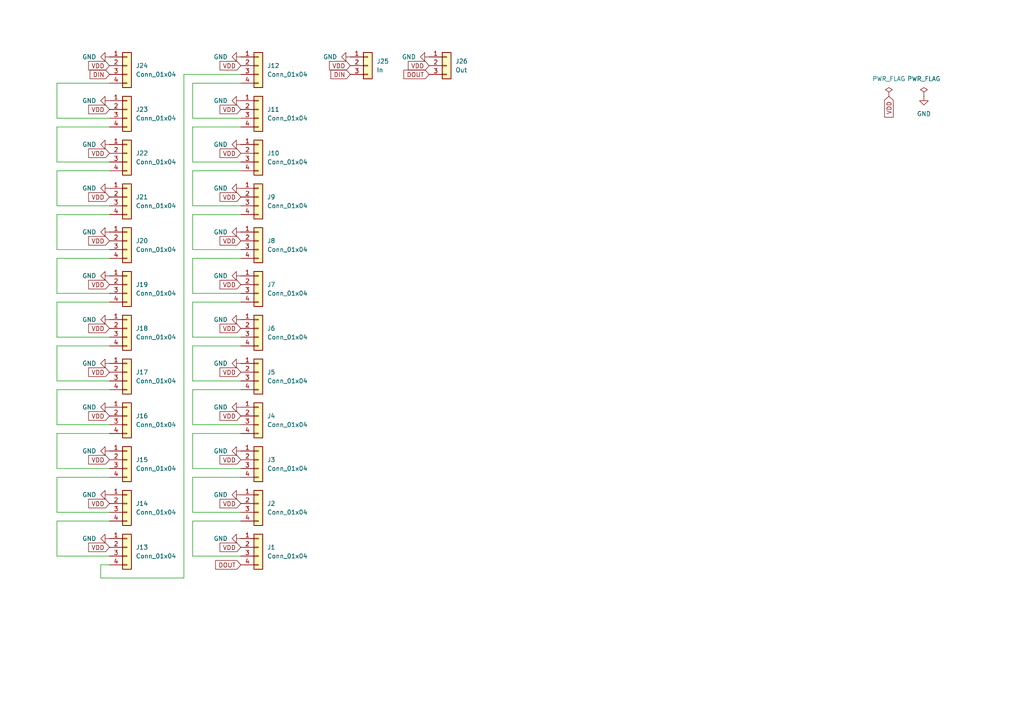
<source format=kicad_sch>
(kicad_sch (version 20230121) (generator eeschema)
  (paper "A4")
  (lib_symbols
    (symbol "Connector_Generic:Conn_01x03" (pin_names (offset 1.016) hide)
      (property "Reference" "J" (at 0 5.08 0))
      (property "Value" "Conn_01x03" (at 0 -5.08 0))
      (symbol "Conn_01x03_1_1"
        (rectangle (start -1.27 -2.413) (end 0 -2.667) (stroke (width 0.1524)))
        (rectangle (start -1.27 0.127) (end 0 -0.127) (stroke (width 0.1524)))
        (rectangle (start -1.27 2.667) (end 0 2.413) (stroke (width 0.1524)))
        (rectangle (start -1.27 3.81) (end 1.27 -3.81) (stroke (width 0.254)) (fill (type background)))
        (pin passive line (at -5.08 2.54 0) (length 3.81) (name "Pin_1") (number "1"))
        (pin passive line (at -5.08 0 0) (length 3.81) (name "Pin_2") (number "2"))
        (pin passive line (at -5.08 -2.54 0) (length 3.81) (name "Pin_3") (number "3"))
      )
    )
    (symbol "Connector_Generic:Conn_01x04" (pin_names (offset 1.016) hide)
      (property "Reference" "J" (at 0 5.08 0))
      (property "Value" "Conn_01x04" (at 0 -7.62 0))
      (symbol "Conn_01x04_1_1"
        (rectangle (start -1.27 -4.953) (end 0 -5.207) (stroke (width 0.1524)))
        (rectangle (start -1.27 -2.413) (end 0 -2.667) (stroke (width 0.1524)))
        (rectangle (start -1.27 0.127) (end 0 -0.127) (stroke (width 0.1524)))
        (rectangle (start -1.27 2.667) (end 0 2.413) (stroke (width 0.1524)))
        (rectangle (start -1.27 3.81) (end 1.27 -6.35) (stroke (width 0.254)) (fill (type background)))
        (pin passive line (at -5.08 2.54 0) (length 3.81) (name "Pin_1") (number "1"))
        (pin passive line (at -5.08 0 0) (length 3.81) (name "Pin_2") (number "2"))
        (pin passive line (at -5.08 -2.54 0) (length 3.81) (name "Pin_3") (number "3"))
        (pin passive line (at -5.08 -5.08 0) (length 3.81) (name "Pin_4") (number "4"))
      )
    )
    (symbol "power:GND" (power) (pin_names (offset 0))
      (property "Value" "GND" (at 0 -3.81 0))
      (symbol "GND_0_1"
        (polyline (pts (xy 0 0) (xy 0 -1.27) (xy 1.27 -1.27) (xy 0 -2.54) (xy -1.27 -1.27) (xy 0 -1.27)))
      )
      (symbol "GND_1_1"
        (pin power_in line (at 0 0 270) (length 0) hide (name "GND") (number "1"))
      )
    )
    (symbol "power:PWR_FLAG" (power) (pin_numbers hide) (pin_names (offset 0) hide)
      (property "Value" "PWR_FLAG" (at 0 3.81 0))
      (symbol "PWR_FLAG_0_0"
        (pin power_out line (at 0 0 90) (length 0) (name "pwr") (number "1"))
      )
      (symbol "PWR_FLAG_0_1"
        (polyline (pts (xy 0 0) (xy 0 1.27) (xy -1.016 1.905) (xy 0 2.54) (xy 1.016 1.905) (xy 0 1.27)))
      )
    )
  )
  (wire (pts (xy 55.88 151.13) (xy 55.88 161.29)))
  (wire (pts (xy 16.51 49.53) (xy 16.51 59.69)))
  (wire (pts (xy 69.85 74.93) (xy 55.88 74.93)))
  (wire (pts (xy 31.75 113.03) (xy 16.51 113.03)))
  (wire (pts (xy 69.85 151.13) (xy 55.88 151.13)))
  (wire (pts (xy 69.85 100.33) (xy 55.88 100.33)))
  (wire (pts (xy 16.51 138.43) (xy 16.51 148.59)))
  (wire (pts (xy 29.21 163.83) (xy 31.75 163.83)))
  (wire (pts (xy 16.51 151.13) (xy 16.51 161.29)))
  (wire (pts (xy 55.88 110.49) (xy 69.85 110.49)))
  (wire (pts (xy 55.88 113.03) (xy 55.88 123.19)))
  (wire (pts (xy 55.88 125.73) (xy 55.88 135.89)))
  (wire (pts (xy 69.85 138.43) (xy 55.88 138.43)))
  (wire (pts (xy 16.51 135.89) (xy 31.75 135.89)))
  (wire (pts (xy 55.88 100.33) (xy 55.88 110.49)))
  (wire (pts (xy 31.75 138.43) (xy 16.51 138.43)))
  (wire (pts (xy 31.75 125.73) (xy 16.51 125.73)))
  (wire (pts (xy 55.88 148.59) (xy 69.85 148.59)))
  (wire (pts (xy 55.88 72.39) (xy 69.85 72.39)))
  (wire (pts (xy 55.88 85.09) (xy 69.85 85.09)))
  (wire (pts (xy 16.51 97.79) (xy 31.75 97.79)))
  (wire (pts (xy 55.88 123.19) (xy 69.85 123.19)))
  (wire (pts (xy 55.88 62.23) (xy 55.88 72.39)))
  (wire (pts (xy 69.85 87.63) (xy 55.88 87.63)))
  (wire (pts (xy 55.88 59.69) (xy 69.85 59.69)))
  (wire (pts (xy 69.85 113.03) (xy 55.88 113.03)))
  (wire (pts (xy 16.51 100.33) (xy 16.51 110.49)))
  (wire (pts (xy 69.85 24.13) (xy 55.88 24.13)))
  (wire (pts (xy 53.34 21.59) (xy 53.34 167.64)))
  (wire (pts (xy 16.51 87.63) (xy 16.51 97.79)))
  (wire (pts (xy 55.88 34.29) (xy 69.85 34.29)))
  (wire (pts (xy 69.85 36.83) (xy 55.88 36.83)))
  (wire (pts (xy 53.34 167.64) (xy 29.21 167.64)))
  (wire (pts (xy 16.51 85.09) (xy 31.75 85.09)))
  (wire (pts (xy 31.75 36.83) (xy 16.51 36.83)))
  (wire (pts (xy 31.75 74.93) (xy 16.51 74.93)))
  (wire (pts (xy 31.75 24.13) (xy 16.51 24.13)))
  (wire (pts (xy 16.51 125.73) (xy 16.51 135.89)))
  (wire (pts (xy 31.75 62.23) (xy 16.51 62.23)))
  (wire (pts (xy 16.51 36.83) (xy 16.51 46.99)))
  (wire (pts (xy 16.51 74.93) (xy 16.51 85.09)))
  (wire (pts (xy 69.85 21.59) (xy 53.34 21.59)))
  (wire (pts (xy 16.51 72.39) (xy 31.75 72.39)))
  (wire (pts (xy 16.51 62.23) (xy 16.51 72.39)))
  (wire (pts (xy 55.88 87.63) (xy 55.88 97.79)))
  (wire (pts (xy 16.51 161.29) (xy 31.75 161.29)))
  (wire (pts (xy 55.88 161.29) (xy 69.85 161.29)))
  (wire (pts (xy 29.21 167.64) (xy 29.21 163.83)))
  (wire (pts (xy 55.88 138.43) (xy 55.88 148.59)))
  (wire (pts (xy 16.51 113.03) (xy 16.51 123.19)))
  (wire (pts (xy 55.88 97.79) (xy 69.85 97.79)))
  (wire (pts (xy 69.85 49.53) (xy 55.88 49.53)))
  (wire (pts (xy 55.88 135.89) (xy 69.85 135.89)))
  (wire (pts (xy 16.51 59.69) (xy 31.75 59.69)))
  (wire (pts (xy 31.75 87.63) (xy 16.51 87.63)))
  (wire (pts (xy 16.51 24.13) (xy 16.51 34.29)))
  (wire (pts (xy 69.85 62.23) (xy 55.88 62.23)))
  (wire (pts (xy 69.85 125.73) (xy 55.88 125.73)))
  (wire (pts (xy 16.51 110.49) (xy 31.75 110.49)))
  (wire (pts (xy 16.51 34.29) (xy 31.75 34.29)))
  (wire (pts (xy 55.88 74.93) (xy 55.88 85.09)))
  (wire (pts (xy 31.75 151.13) (xy 16.51 151.13)))
  (wire (pts (xy 55.88 36.83) (xy 55.88 46.99)))
  (wire (pts (xy 55.88 46.99) (xy 69.85 46.99)))
  (wire (pts (xy 16.51 148.59) (xy 31.75 148.59)))
  (wire (pts (xy 31.75 100.33) (xy 16.51 100.33)))
  (wire (pts (xy 16.51 46.99) (xy 31.75 46.99)))
  (wire (pts (xy 55.88 49.53) (xy 55.88 59.69)))
  (wire (pts (xy 31.75 49.53) (xy 16.51 49.53)))
  (wire (pts (xy 16.51 123.19) (xy 31.75 123.19)))
  (wire (pts (xy 55.88 24.13) (xy 55.88 34.29)))
  (global_label "VDD" (shape input) (at 31.75 133.35 180) (property "Intersheetrefs" "${INTERSHEET_REFS}" (effects hide)))
  (global_label "VDD" (shape input) (at 31.75 107.95 180) (property "Intersheetrefs" "${INTERSHEET_REFS}" (effects hide)))
  (global_label "VDD" (shape input) (at 69.85 82.55 180) (property "Intersheetrefs" "${INTERSHEET_REFS}" (effects hide)))
  (global_label "VDD" (shape input) (at 69.85 19.05 180) (property "Intersheetrefs" "${INTERSHEET_REFS}" (effects hide)))
  (global_label "VDD" (shape input) (at 69.85 107.95 180) (property "Intersheetrefs" "${INTERSHEET_REFS}" (effects hide)))
  (global_label "VDD" (shape input) (at 69.85 158.75 180) (property "Intersheetrefs" "${INTERSHEET_REFS}" (effects hide)))
  (global_label "VDD" (shape input) (at 124.46 19.05 180) (property "Intersheetrefs" "${INTERSHEET_REFS}" (effects hide)))
  (global_label "VDD" (shape input) (at 31.75 69.85 180) (property "Intersheetrefs" "${INTERSHEET_REFS}" (effects hide)))
  (global_label "VDD" (shape input) (at 31.75 82.55 180) (property "Intersheetrefs" "${INTERSHEET_REFS}" (effects hide)))
  (global_label "VDD" (shape input) (at 69.85 31.75 180) (property "Intersheetrefs" "${INTERSHEET_REFS}" (effects hide)))
  (global_label "VDD" (shape input) (at 69.85 133.35 180) (property "Intersheetrefs" "${INTERSHEET_REFS}" (effects hide)))
  (global_label "VDD" (shape input) (at 31.75 31.75 180) (property "Intersheetrefs" "${INTERSHEET_REFS}" (effects hide)))
  (global_label "VDD" (shape input) (at 69.85 57.15 180) (property "Intersheetrefs" "${INTERSHEET_REFS}" (effects hide)))
  (global_label "VDD" (shape input) (at 69.85 120.65 180) (property "Intersheetrefs" "${INTERSHEET_REFS}" (effects hide)))
  (global_label "VDD" (shape input) (at 69.85 146.05 180) (property "Intersheetrefs" "${INTERSHEET_REFS}" (effects hide)))
  (global_label "DIN" (shape input) (at 101.6 21.59 180) (property "Intersheetrefs" "${INTERSHEET_REFS}" (effects hide)))
  (global_label "VDD" (shape input) (at 31.75 57.15 180) (property "Intersheetrefs" "${INTERSHEET_REFS}" (effects hide)))
  (global_label "DIN" (shape input) (at 31.75 21.59 180) (property "Intersheetrefs" "${INTERSHEET_REFS}" (effects hide)))
  (global_label "VDD" (shape input) (at 31.75 44.45 180) (property "Intersheetrefs" "${INTERSHEET_REFS}" (effects hide)))
  (global_label "VDD" (shape input) (at 69.85 95.25 180) (property "Intersheetrefs" "${INTERSHEET_REFS}" (effects hide)))
  (global_label "VDD" (shape input) (at 31.75 19.05 180) (property "Intersheetrefs" "${INTERSHEET_REFS}" (effects hide)))
  (global_label "VDD" (shape input) (at 31.75 95.25 180) (property "Intersheetrefs" "${INTERSHEET_REFS}" (effects hide)))
  (global_label "VDD" (shape input) (at 31.75 146.05 180) (property "Intersheetrefs" "${INTERSHEET_REFS}" (effects hide)))
  (global_label "VDD" (shape input) (at 31.75 120.65 180) (property "Intersheetrefs" "${INTERSHEET_REFS}" (effects hide)))
  (global_label "VDD" (shape input) (at 257.81 27.94 270) (property "Intersheetrefs" "${INTERSHEET_REFS}" (effects hide)))
  (global_label "VDD" (shape input) (at 69.85 44.45 180) (property "Intersheetrefs" "${INTERSHEET_REFS}" (effects hide)))
  (global_label "DOUT" (shape input) (at 124.46 21.59 180) (property "Intersheetrefs" "${INTERSHEET_REFS}" (effects hide)))
  (global_label "VDD" (shape input) (at 31.75 158.75 180) (property "Intersheetrefs" "${INTERSHEET_REFS}" (effects hide)))
  (global_label "VDD" (shape input) (at 101.6 19.05 180) (property "Intersheetrefs" "${INTERSHEET_REFS}" (effects hide)))
  (global_label "VDD" (shape input) (at 69.85 69.85 180) (property "Intersheetrefs" "${INTERSHEET_REFS}" (effects hide)))
  (global_label "DOUT" (shape input) (at 69.85 163.83 180) (property "Intersheetrefs" "${INTERSHEET_REFS}" (effects hide)))
  (symbol (lib_id "Connector_Generic:Conn_01x04") (at 74.93 31.75 0) (unit 1)
    (property "Reference" "J11" (at 77.47 31.75 0) (effects (justify left)))
    (property "Value" "Conn_01x04" (at 77.47 34.29 0) (effects (justify left)))
    (property "Footprint" "Library:SolderWirePad_1x04_SMD_1x2mm" (effects hide))
  )
  (symbol (lib_id "Connector_Generic:Conn_01x04") (at 36.83 82.55 0) (unit 1)
    (property "Reference" "J19" (at 39.37 82.55 0) (effects (justify left)))
    (property "Value" "Conn_01x04" (at 39.37 85.09 0) (effects (justify left)))
    (property "Footprint" "Library:SolderWirePad_1x04_SMD_1x2mm" (effects hide))
  )
  (symbol (lib_id "Connector_Generic:Conn_01x03") (at 129.54 19.05 0) (unit 1)
    (property "Reference" "J26" (at 132.08 17.78 0) (effects (justify left)))
    (property "Value" "Out" (at 132.08 20.32 0) (effects (justify left)))
    (property "Footprint" "Connector_JST:JST_SH_SM03B-SRSS-TB_1x03-1MP_P1.00mm_Horizontal" (effects hide))
  )
  (symbol (lib_id "power:GND") (at 267.97 27.94 0) (mirror y) (unit 1)
    (property "Reference" "#PWR01" (effects hide))
    (property "Value" "GND" (at 267.97 33.02 0))
  )
  (symbol (lib_id "Connector_Generic:Conn_01x04") (at 74.93 44.45 0) (unit 1)
    (property "Reference" "J10" (at 77.47 44.45 0) (effects (justify left)))
    (property "Value" "Conn_01x04" (at 77.47 46.99 0) (effects (justify left)))
    (property "Footprint" "Library:SolderWirePad_1x04_SMD_1x2mm" (effects hide))
  )
  (symbol (lib_id "power:GND") (at 31.75 105.41 270) (mirror x) (unit 1)
    (property "Reference" "#PWR09" (effects hide))
    (property "Value" "GND" (at 27.94 105.41 90) (effects (justify right)))
  )
  (symbol (lib_id "power:GND") (at 31.75 156.21 270) (mirror x) (unit 1)
    (property "Reference" "#PWR013" (effects hide))
    (property "Value" "GND" (at 27.94 156.21 90) (effects (justify right)))
  )
  (symbol (lib_id "Connector_Generic:Conn_01x04") (at 36.83 146.05 0) (unit 1)
    (property "Reference" "J14" (at 39.37 146.05 0) (effects (justify left)))
    (property "Value" "Conn_01x04" (at 39.37 148.59 0) (effects (justify left)))
    (property "Footprint" "Library:SolderWirePad_1x04_SMD_1x2mm" (effects hide))
  )
  (symbol (lib_id "power:GND") (at 69.85 54.61 270) (mirror x) (unit 1)
    (property "Reference" "#PWR022" (effects hide))
    (property "Value" "GND" (at 66.04 54.61 90) (effects (justify right)))
  )
  (symbol (lib_id "power:GND") (at 31.75 80.01 270) (mirror x) (unit 1)
    (property "Reference" "#PWR07" (effects hide))
    (property "Value" "GND" (at 27.94 80.01 90) (effects (justify right)))
  )
  (symbol (lib_id "Connector_Generic:Conn_01x04") (at 36.83 69.85 0) (unit 1)
    (property "Reference" "J20" (at 39.37 69.85 0) (effects (justify left)))
    (property "Value" "Conn_01x04" (at 39.37 72.39 0) (effects (justify left)))
    (property "Footprint" "Library:SolderWirePad_1x04_SMD_1x2mm" (effects hide))
  )
  (symbol (lib_id "power:GND") (at 31.75 143.51 270) (mirror x) (unit 1)
    (property "Reference" "#PWR012" (effects hide))
    (property "Value" "GND" (at 27.94 143.51 90) (effects (justify right)))
  )
  (symbol (lib_id "power:GND") (at 69.85 156.21 270) (mirror x) (unit 1)
    (property "Reference" "#PWR014" (effects hide))
    (property "Value" "GND" (at 66.04 156.21 90) (effects (justify right)))
  )
  (symbol (lib_id "Connector_Generic:Conn_01x04") (at 74.93 133.35 0) (unit 1)
    (property "Reference" "J3" (at 77.47 133.35 0) (effects (justify left)))
    (property "Value" "Conn_01x04" (at 77.47 135.89 0) (effects (justify left)))
    (property "Footprint" "Library:SolderWirePad_1x04_SMD_1x2mm" (effects hide))
  )
  (symbol (lib_id "power:GND") (at 69.85 16.51 270) (mirror x) (unit 1)
    (property "Reference" "#PWR025" (effects hide))
    (property "Value" "GND" (at 66.04 16.51 90) (effects (justify right)))
  )
  (symbol (lib_id "Connector_Generic:Conn_01x04") (at 36.83 107.95 0) (unit 1)
    (property "Reference" "J17" (at 39.37 107.95 0) (effects (justify left)))
    (property "Value" "Conn_01x04" (at 39.37 110.49 0) (effects (justify left)))
    (property "Footprint" "Library:SolderWirePad_1x04_SMD_1x2mm" (effects hide))
  )
  (symbol (lib_id "power:GND") (at 31.75 54.61 270) (mirror x) (unit 1)
    (property "Reference" "#PWR05" (effects hide))
    (property "Value" "GND" (at 27.94 54.61 90) (effects (justify right)))
  )
  (symbol (lib_id "Connector_Generic:Conn_01x03") (at 106.68 19.05 0) (unit 1)
    (property "Reference" "J25" (at 109.22 17.78 0) (effects (justify left)))
    (property "Value" "In" (at 109.22 20.32 0) (effects (justify left)))
    (property "Footprint" "Connector_JST:JST_SH_SM03B-SRSS-TB_1x03-1MP_P1.00mm_Horizontal" (effects hide))
  )
  (symbol (lib_id "power:PWR_FLAG") (at 267.97 27.94 0) (unit 1)
    (property "Reference" "#FLG02" (effects hide))
    (property "Value" "PWR_FLAG" (at 267.97 22.86 0))
  )
  (symbol (lib_id "power:GND") (at 69.85 118.11 270) (mirror x) (unit 1)
    (property "Reference" "#PWR017" (effects hide))
    (property "Value" "GND" (at 66.04 118.11 90) (effects (justify right)))
  )
  (symbol (lib_id "Connector_Generic:Conn_01x04") (at 74.93 19.05 0) (unit 1)
    (property "Reference" "J12" (at 77.47 19.05 0) (effects (justify left)))
    (property "Value" "Conn_01x04" (at 77.47 21.59 0) (effects (justify left)))
    (property "Footprint" "Library:SolderWirePad_1x04_SMD_1x2mm" (effects hide))
  )
  (symbol (lib_id "power:GND") (at 69.85 143.51 270) (mirror x) (unit 1)
    (property "Reference" "#PWR015" (effects hide))
    (property "Value" "GND" (at 66.04 143.51 90) (effects (justify right)))
  )
  (symbol (lib_id "Connector_Generic:Conn_01x04") (at 36.83 133.35 0) (unit 1)
    (property "Reference" "J15" (at 39.37 133.35 0) (effects (justify left)))
    (property "Value" "Conn_01x04" (at 39.37 135.89 0) (effects (justify left)))
    (property "Footprint" "Library:SolderWirePad_1x04_SMD_1x2mm" (effects hide))
  )
  (symbol (lib_id "power:GND") (at 31.75 92.71 270) (mirror x) (unit 1)
    (property "Reference" "#PWR08" (effects hide))
    (property "Value" "GND" (at 27.94 92.71 90) (effects (justify right)))
  )
  (symbol (lib_id "Connector_Generic:Conn_01x04") (at 74.93 146.05 0) (unit 1)
    (property "Reference" "J2" (at 77.47 146.05 0) (effects (justify left)))
    (property "Value" "Conn_01x04" (at 77.47 148.59 0) (effects (justify left)))
    (property "Footprint" "Library:SolderWirePad_1x04_SMD_1x2mm" (effects hide))
  )
  (symbol (lib_id "power:GND") (at 69.85 80.01 270) (mirror x) (unit 1)
    (property "Reference" "#PWR020" (effects hide))
    (property "Value" "GND" (at 66.04 80.01 90) (effects (justify right)))
  )
  (symbol (lib_id "Connector_Generic:Conn_01x04") (at 74.93 107.95 0) (unit 1)
    (property "Reference" "J5" (at 77.47 107.95 0) (effects (justify left)))
    (property "Value" "Conn_01x04" (at 77.47 110.49 0) (effects (justify left)))
    (property "Footprint" "Library:SolderWirePad_1x04_SMD_1x2mm" (effects hide))
  )
  (symbol (lib_id "power:GND") (at 69.85 105.41 270) (mirror x) (unit 1)
    (property "Reference" "#PWR018" (effects hide))
    (property "Value" "GND" (at 66.04 105.41 90) (effects (justify right)))
  )
  (symbol (lib_id "power:PWR_FLAG") (at 257.81 27.94 0) (unit 1)
    (property "Reference" "#FLG01" (effects hide))
    (property "Value" "PWR_FLAG" (at 257.81 22.86 0))
  )
  (symbol (lib_id "Connector_Generic:Conn_01x04") (at 36.83 57.15 0) (unit 1)
    (property "Reference" "J21" (at 39.37 57.15 0) (effects (justify left)))
    (property "Value" "Conn_01x04" (at 39.37 59.69 0) (effects (justify left)))
    (property "Footprint" "Library:SolderWirePad_1x04_SMD_1x2mm" (effects hide))
  )
  (symbol (lib_id "power:GND") (at 69.85 92.71 270) (mirror x) (unit 1)
    (property "Reference" "#PWR019" (effects hide))
    (property "Value" "GND" (at 66.04 92.71 90) (effects (justify right)))
  )
  (symbol (lib_id "power:GND") (at 101.6 16.51 270) (mirror x) (unit 1)
    (property "Reference" "#PWR026" (effects hide))
    (property "Value" "GND" (at 97.79 16.51 90) (effects (justify right)))
  )
  (symbol (lib_id "power:GND") (at 31.75 67.31 270) (mirror x) (unit 1)
    (property "Reference" "#PWR06" (effects hide))
    (property "Value" "GND" (at 27.94 67.31 90) (effects (justify right)))
  )
  (symbol (lib_id "Connector_Generic:Conn_01x04") (at 74.93 158.75 0) (unit 1)
    (property "Reference" "J1" (at 77.47 158.75 0) (effects (justify left)))
    (property "Value" "Conn_01x04" (at 77.47 161.29 0) (effects (justify left)))
    (property "Footprint" "Library:SolderWirePad_1x04_SMD_1x2mm" (effects hide))
  )
  (symbol (lib_id "power:GND") (at 31.75 16.51 270) (mirror x) (unit 1)
    (property "Reference" "#PWR02" (effects hide))
    (property "Value" "GND" (at 27.94 16.51 90) (effects (justify right)))
  )
  (symbol (lib_id "power:GND") (at 69.85 67.31 270) (mirror x) (unit 1)
    (property "Reference" "#PWR021" (effects hide))
    (property "Value" "GND" (at 66.04 67.31 90) (effects (justify right)))
  )
  (symbol (lib_id "Connector_Generic:Conn_01x04") (at 36.83 120.65 0) (unit 1)
    (property "Reference" "J16" (at 39.37 120.65 0) (effects (justify left)))
    (property "Value" "Conn_01x04" (at 39.37 123.19 0) (effects (justify left)))
    (property "Footprint" "Library:SolderWirePad_1x04_SMD_1x2mm" (effects hide))
  )
  (symbol (lib_id "Connector_Generic:Conn_01x04") (at 74.93 57.15 0) (unit 1)
    (property "Reference" "J9" (at 77.47 57.15 0) (effects (justify left)))
    (property "Value" "Conn_01x04" (at 77.47 59.69 0) (effects (justify left)))
    (property "Footprint" "Library:SolderWirePad_1x04_SMD_1x2mm" (effects hide))
  )
  (symbol (lib_id "Connector_Generic:Conn_01x04") (at 36.83 158.75 0) (unit 1)
    (property "Reference" "J13" (at 39.37 158.75 0) (effects (justify left)))
    (property "Value" "Conn_01x04" (at 39.37 161.29 0) (effects (justify left)))
    (property "Footprint" "Library:SolderWirePad_1x04_SMD_1x2mm" (effects hide))
  )
  (symbol (lib_id "power:GND") (at 69.85 41.91 270) (mirror x) (unit 1)
    (property "Reference" "#PWR023" (effects hide))
    (property "Value" "GND" (at 66.04 41.91 90) (effects (justify right)))
  )
  (symbol (lib_id "Connector_Generic:Conn_01x04") (at 36.83 19.05 0) (unit 1)
    (property "Reference" "J24" (at 39.37 19.05 0) (effects (justify left)))
    (property "Value" "Conn_01x04" (at 39.37 21.59 0) (effects (justify left)))
    (property "Footprint" "Library:SolderWirePad_1x04_SMD_1x2mm" (effects hide))
  )
  (symbol (lib_id "Connector_Generic:Conn_01x04") (at 74.93 120.65 0) (unit 1)
    (property "Reference" "J4" (at 77.47 120.65 0) (effects (justify left)))
    (property "Value" "Conn_01x04" (at 77.47 123.19 0) (effects (justify left)))
    (property "Footprint" "Library:SolderWirePad_1x04_SMD_1x2mm" (effects hide))
  )
  (symbol (lib_id "Connector_Generic:Conn_01x04") (at 36.83 44.45 0) (unit 1)
    (property "Reference" "J22" (at 39.37 44.45 0) (effects (justify left)))
    (property "Value" "Conn_01x04" (at 39.37 46.99 0) (effects (justify left)))
    (property "Footprint" "Library:SolderWirePad_1x04_SMD_1x2mm" (effects hide))
  )
  (symbol (lib_id "Connector_Generic:Conn_01x04") (at 74.93 82.55 0) (unit 1)
    (property "Reference" "J7" (at 77.47 82.55 0) (effects (justify left)))
    (property "Value" "Conn_01x04" (at 77.47 85.09 0) (effects (justify left)))
    (property "Footprint" "Library:SolderWirePad_1x04_SMD_1x2mm" (effects hide))
  )
  (symbol (lib_id "power:GND") (at 69.85 130.81 270) (mirror x) (unit 1)
    (property "Reference" "#PWR016" (effects hide))
    (property "Value" "GND" (at 66.04 130.81 90) (effects (justify right)))
  )
  (symbol (lib_id "power:GND") (at 124.46 16.51 270) (mirror x) (unit 1)
    (property "Reference" "#PWR027" (effects hide))
    (property "Value" "GND" (at 120.65 16.51 90) (effects (justify right)))
  )
  (symbol (lib_id "power:GND") (at 31.75 130.81 270) (mirror x) (unit 1)
    (property "Reference" "#PWR011" (effects hide))
    (property "Value" "GND" (at 27.94 130.81 90) (effects (justify right)))
  )
  (symbol (lib_id "power:GND") (at 31.75 41.91 270) (mirror x) (unit 1)
    (property "Reference" "#PWR04" (effects hide))
    (property "Value" "GND" (at 27.94 41.91 90) (effects (justify right)))
  )
  (symbol (lib_id "Connector_Generic:Conn_01x04") (at 74.93 95.25 0) (unit 1)
    (property "Reference" "J6" (at 77.47 95.25 0) (effects (justify left)))
    (property "Value" "Conn_01x04" (at 77.47 97.79 0) (effects (justify left)))
    (property "Footprint" "Library:SolderWirePad_1x04_SMD_1x2mm" (effects hide))
  )
  (symbol (lib_id "power:GND") (at 31.75 29.21 270) (mirror x) (unit 1)
    (property "Reference" "#PWR03" (effects hide))
    (property "Value" "GND" (at 27.94 29.21 90) (effects (justify right)))
  )
  (symbol (lib_id "power:GND") (at 69.85 29.21 270) (mirror x) (unit 1)
    (property "Reference" "#PWR024" (effects hide))
    (property "Value" "GND" (at 66.04 29.21 90) (effects (justify right)))
  )
  (symbol (lib_id "Connector_Generic:Conn_01x04") (at 36.83 31.75 0) (unit 1)
    (property "Reference" "J23" (at 39.37 31.75 0) (effects (justify left)))
    (property "Value" "Conn_01x04" (at 39.37 34.29 0) (effects (justify left)))
    (property "Footprint" "Library:SolderWirePad_1x04_SMD_1x2mm" (effects hide))
  )
  (symbol (lib_id "Connector_Generic:Conn_01x04") (at 74.93 69.85 0) (unit 1)
    (property "Reference" "J8" (at 77.47 69.85 0) (effects (justify left)))
    (property "Value" "Conn_01x04" (at 77.47 72.39 0) (effects (justify left)))
    (property "Footprint" "Library:SolderWirePad_1x04_SMD_1x2mm" (effects hide))
  )
  (symbol (lib_id "Connector_Generic:Conn_01x04") (at 36.83 95.25 0) (unit 1)
    (property "Reference" "J18" (at 39.37 95.25 0) (effects (justify left)))
    (property "Value" "Conn_01x04" (at 39.37 97.79 0) (effects (justify left)))
    (property "Footprint" "Library:SolderWirePad_1x04_SMD_1x2mm" (effects hide))
  )
  (symbol (lib_id "power:GND") (at 31.75 118.11 270) (mirror x) (unit 1)
    (property "Reference" "#PWR010" (effects hide))
    (property "Value" "GND" (at 27.94 118.11 90) (effects (justify right)))
  )
)
</source>
